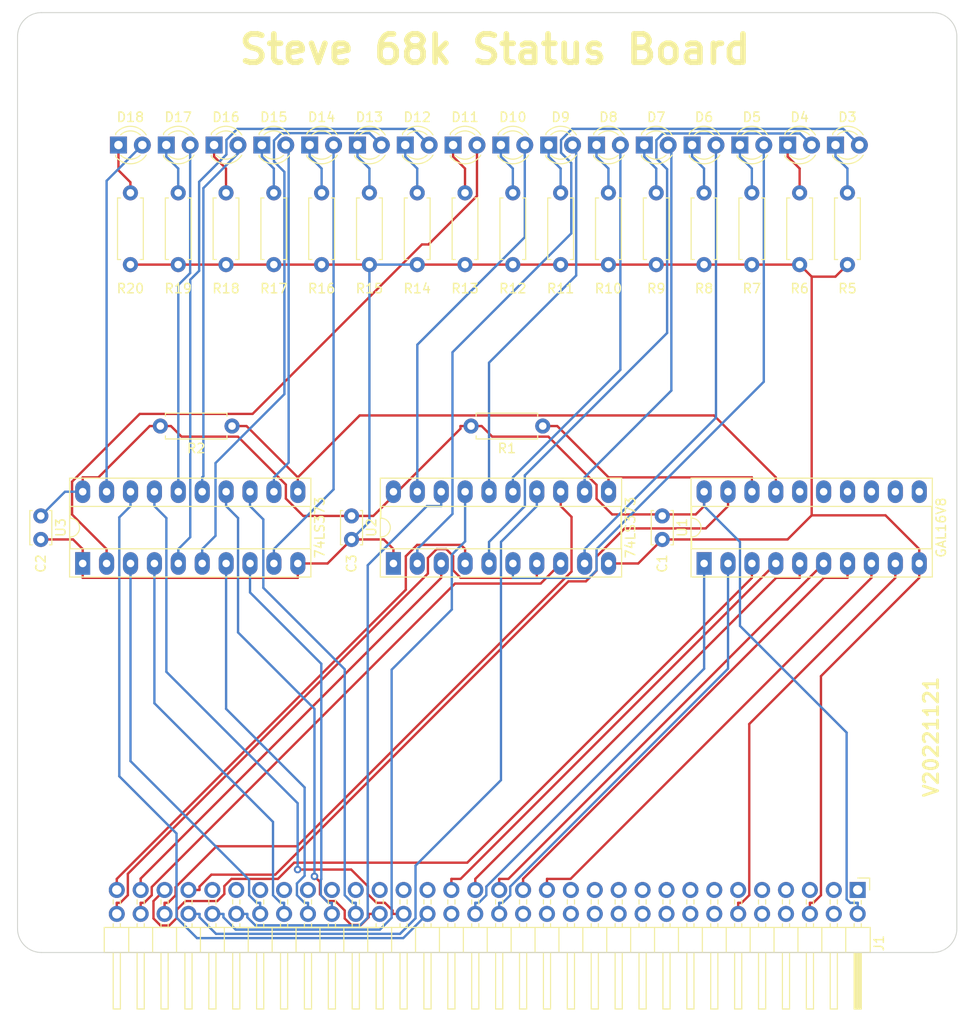
<source format=kicad_pcb>
(kicad_pcb (version 20211014) (generator pcbnew)
  (layers (0 "F.Cu" signal) (31 "B.Cu" signal) (34 "B.Paste" user) (35 "F.Paste" user) (36 "B.SilkS" user "B.Silkscreen") (37 "F.SilkS" user "F.Silkscreen") (38 "B.Mask" user) (39 "F.Mask" user) (44 "Edge.Cuts" user))
  (net 0 "")
  (net 1 "VCC")
  (net 2 "GND")
  (net 3 "Net-(D3-Pad1)")
  (net 4 "Net-(D3-Pad2)")
  (net 5 "Net-(D4-Pad1)")
  (net 6 "Net-(D4-Pad2)")
  (net 7 "Net-(D5-Pad1)")
  (net 8 "Net-(D5-Pad2)")
  (net 9 "Net-(D6-Pad1)")
  (net 10 "Net-(D6-Pad2)")
  (net 11 "Net-(D7-Pad1)")
  (net 12 "Net-(D7-Pad2)")
  (net 13 "Net-(D8-Pad1)")
  (net 14 "Net-(D8-Pad2)")
  (net 15 "Net-(D9-Pad1)")
  (net 16 "Net-(D9-Pad2)")
  (net 17 "Net-(D10-Pad1)")
  (net 18 "Net-(D10-Pad2)")
  (net 19 "Net-(D11-Pad1)")
  (net 20 "Net-(D11-Pad2)")
  (net 21 "Net-(D12-Pad1)")
  (net 22 "Net-(D12-Pad2)")
  (net 23 "Net-(D13-Pad1)")
  (net 24 "Net-(D13-Pad2)")
  (net 25 "Net-(D14-Pad1)")
  (net 26 "Net-(D14-Pad2)")
  (net 27 "Net-(D15-Pad1)")
  (net 28 "Net-(D15-Pad2)")
  (net 29 "Net-(D16-Pad1)")
  (net 30 "Net-(D16-Pad2)")
  (net 31 "Net-(D17-Pad1)")
  (net 32 "Net-(D17-Pad2)")
  (net 33 "Net-(D18-Pad1)")
  (net 34 "Net-(D18-Pad2)")
  (net 35 "/A1")
  (net 36 "/A2")
  (net 37 "/CLK")
  (net 38 "/A3")
  (net 39 "/A4")
  (net 40 "/~{VMA}")
  (net 41 "/A5")
  (net 42 "/~{IACK}")
  (net 43 "/A6")
  (net 44 "/~{IOSEL}")
  (net 45 "/A7")
  (net 46 "/~{IRQ3}")
  (net 47 "/A8")
  (net 48 "/~{HALT}")
  (net 49 "/A9")
  (net 50 "/~{IRQ4}")
  (net 51 "/A10")
  (net 52 "/FC0")
  (net 53 "/A11")
  (net 54 "/FC1")
  (net 55 "/A12")
  (net 56 "/FC2")
  (net 57 "/A13")
  (net 58 "/~{IRQ5}")
  (net 59 "/A14")
  (net 60 "/~{IRQ2}")
  (net 61 "/A15")
  (net 62 "/~{IRQ6}")
  (net 63 "/A16")
  (net 64 "/~{LDS}")
  (net 65 "/A17")
  (net 66 "/~{UDS}")
  (net 67 "/A18")
  (net 68 "/~{RESET}")
  (net 69 "/A19")
  (net 70 "/D15")
  (net 71 "/A20")
  (net 72 "/D14")
  (net 73 "/A21")
  (net 74 "/D13")
  (net 75 "/A22")
  (net 76 "/D12")
  (net 77 "/A23")
  (net 78 "/D11")
  (net 79 "/~{AS}")
  (net 80 "/D10")
  (net 81 "/~{BERR}")
  (net 82 "/D9")
  (net 83 "/~{BG}")
  (net 84 "/D8")
  (net 85 "/~{BGACK}")
  (net 86 "/D7")
  (net 87 "/~{BR}")
  (net 88 "/D6")
  (net 89 "/~{DTACK}")
  (net 90 "/D5")
  (net 91 "/R~{W}")
  (net 92 "/D4")
  (net 93 "/D0")
  (net 94 "/D3")
  (net 95 "/D1")
  (net 96 "/D2")
  (net 97 "/STATUSLO")
  (net 98 "/STATUSHI")
  (footprint "Resistor_THT:R_Axial_DIN0207_L6.3mm_D2.5mm_P7.62mm_Horizontal" (layer "F.Cu") (at 124.455 73.025 90)
    (fp_text reference "R17")
    (fp_text value "470")
  )
  (footprint "Resistor_THT:R_Axial_DIN0207_L6.3mm_D2.5mm_P7.62mm_Horizontal" (layer "F.Cu") (at 185.415 73.025 90)
    (fp_text reference "R5")
    (fp_text value "470")
  )
  (footprint "Package_DIP:DIP-20_W7.62mm_Socket_LongPads" (layer "F.Cu") (at 170.185 104.765 90)
    (fp_text reference "U1")
    (fp_text value "GAL16V8")
  )
  (footprint "Resistor_THT:R_Axial_DIN0207_L6.3mm_D2.5mm_P7.62mm_Horizontal" (layer "F.Cu") (at 119.375 73.025 90)
    (fp_text reference "R18")
    (fp_text value "470")
  )
  (footprint "LED_THT:LED_D3.0mm_Clear" (layer "F.Cu") (at 153.665 60.325)
    (fp_text reference "D9")
    (fp_text value "Data6")
  )
  (footprint "Package_DIP:DIP-20_W7.62mm_Socket_LongPads" (layer "F.Cu") (at 104.145 104.765 90)
    (fp_text reference "U3")
    (fp_text value "74LS373")
  )
  (footprint "Capacitor_THT:C_Disc_D3.4mm_W2.1mm_P2.50mm" (layer "F.Cu") (at 165.735 99.715 -90)
    (fp_text reference "C1")
    (fp_text value ".1uF")
  )
  (footprint "Resistor_THT:R_Axial_DIN0207_L6.3mm_D2.5mm_P7.62mm_Horizontal" (layer "F.Cu") (at 165.095 73.025 90)
    (fp_text reference "R9")
    (fp_text value "470")
  )
  (footprint "MountingHole:MountingHole_3.2mm_M3" (layer "F.Cu") (at 101.03 50.07 90)
    (fp_text reference "H1" hide)
    (fp_text value "MountingHole")
  )
  (footprint "Capacitor_THT:C_Disc_D3.4mm_W2.1mm_P2.50mm" (layer "F.Cu") (at 99.695 99.715 -90)
    (fp_text reference "C2")
    (fp_text value ".1uF" hide)
  )
  (footprint "LED_THT:LED_D3.0mm_Clear" (layer "F.Cu") (at 158.745 60.325)
    (fp_text reference "D8")
    (fp_text value "Data5")
  )
  (footprint "LED_THT:LED_D3.0mm_Clear" (layer "F.Cu") (at 173.985 60.325)
    (fp_text reference "D5")
    (fp_text value "Data2")
  )
  (footprint "Resistor_THT:R_Axial_DIN0207_L6.3mm_D2.5mm_P7.62mm_Horizontal" (layer "F.Cu") (at 109.215 73.025 90)
    (fp_text reference "R20")
    (fp_text value "470")
  )
  (footprint "LED_THT:LED_D3.0mm_Clear" (layer "F.Cu") (at 168.905 60.325)
    (fp_text reference "D6")
    (fp_text value "Data3")
  )
  (footprint "Resistor_THT:R_Axial_DIN0207_L6.3mm_D2.5mm_P7.62mm_Horizontal" (layer "F.Cu") (at 160.015 73.025 90)
    (fp_text reference "R10")
    (fp_text value "470")
  )
  (footprint "LED_THT:LED_D3.0mm_Clear" (layer "F.Cu") (at 113.025 60.325)
    (fp_text reference "D17")
    (fp_text value "Data14")
  )
  (footprint "Capacitor_THT:C_Disc_D3.4mm_W2.1mm_P2.50mm" (layer "F.Cu") (at 132.715 99.715 -90)
    (fp_text reference "C3")
    (fp_text value ".1uF" hide)
  )
  (footprint "MountingHole:MountingHole_3.2mm_M3" (layer "F.Cu") (at 193.232 136.43 90)
    (fp_text reference "H4" hide)
    (fp_text value "MountingHole")
  )
  (footprint "LED_THT:LED_D3.0mm_Clear" (layer "F.Cu") (at 179.065 60.325)
    (fp_text reference "D4")
    (fp_text value "Data1")
  )
  (footprint "Resistor_THT:R_Axial_DIN0207_L6.3mm_D2.5mm_P7.62mm_Horizontal" (layer "F.Cu") (at 153.035 90.17 180)
    (fp_text reference "R1")
    (fp_text value "4k7")
  )
  (footprint "Resistor_THT:R_Axial_DIN0207_L6.3mm_D2.5mm_P7.62mm_Horizontal" (layer "F.Cu") (at 180.335 73.025 90)
    (fp_text reference "R6")
    (fp_text value "470")
  )
  (footprint "LED_THT:LED_D3.0mm_Clear" (layer "F.Cu") (at 184.145 60.325)
    (fp_text reference "D3")
    (fp_text value "Data0")
  )
  (footprint "Package_DIP:DIP-20_W7.62mm_Socket_LongPads" (layer "F.Cu") (at 137.165 104.765 90)
    (fp_text reference "U2")
    (fp_text value "74LS373")
  )
  (footprint "LED_THT:LED_D3.0mm_Clear" (layer "F.Cu") (at 138.425 60.325)
    (fp_text reference "D12")
    (fp_text value "Data9")
  )
  (footprint "Resistor_THT:R_Axial_DIN0207_L6.3mm_D2.5mm_P7.62mm_Horizontal" (layer "F.Cu") (at 149.855 73.025 90)
    (fp_text reference "R12")
    (fp_text value "470")
  )
  (footprint "Resistor_THT:R_Axial_DIN0207_L6.3mm_D2.5mm_P7.62mm_Horizontal" (layer "F.Cu") (at 139.695 73.025 90)
    (fp_text reference "R14")
    (fp_text value "470")
  )
  (footprint "Resistor_THT:R_Axial_DIN0207_L6.3mm_D2.5mm_P7.62mm_Horizontal" (layer "F.Cu") (at 134.615 73.025 90)
    (fp_text reference "R15")
    (fp_text value "470")
  )
  (footprint "LED_THT:LED_D3.0mm_Clear" (layer "F.Cu") (at 133.345 60.325)
    (fp_text reference "D13")
    (fp_text value "Data10")
  )
  (footprint "LED_THT:LED_D3.0mm_Clear" (layer "F.Cu") (at 148.585 60.325)
    (fp_text reference "D10")
    (fp_text value "Data7")
  )
  (footprint "Resistor_THT:R_Axial_DIN0207_L6.3mm_D2.5mm_P7.62mm_Horizontal" (layer "F.Cu") (at 114.295 73.025 90)
    (fp_text reference "R19")
    (fp_text value "470")
  )
  (footprint "Resistor_THT:R_Axial_DIN0207_L6.3mm_D2.5mm_P7.62mm_Horizontal" (layer "F.Cu") (at 170.175 73.025 90)
    (fp_text reference "R8")
    (fp_text value "470")
  )
  (footprint "LED_THT:LED_D3.0mm_Clear" (layer "F.Cu") (at 123.185 60.325)
    (fp_text reference "D15")
    (fp_text value "Data12")
  )
  (footprint "Connector_PinHeader_2.54mm:PinHeader_2x32_P2.54mm_Horizontal" (layer "F.Cu") (at 186.506 139.442 -90)
    (fp_text reference "J1")
    (fp_text value "Conn_02x32_Odd_Even")
  )
  (footprint "Resistor_THT:R_Axial_DIN0207_L6.3mm_D2.5mm_P7.62mm_Horizontal" (layer "F.Cu") (at 144.775 73.025 90)
    (fp_text reference "R13")
    (fp_text value "470")
  )
  (footprint "LED_THT:LED_D3.0mm_Clear" (layer "F.Cu") (at 107.945 60.325)
    (fp_text reference "D18")
    (fp_text value "Data15")
  )
  (footprint "Resistor_THT:R_Axial_DIN0207_L6.3mm_D2.5mm_P7.62mm_Horizontal" (layer "F.Cu") (at 175.255 73.025 90)
    (fp_text reference "R7")
    (fp_text value "470")
  )
  (footprint "LED_THT:LED_D3.0mm_Clear" (layer "F.Cu") (at 143.505 60.325)
    (fp_text reference "D11")
    (fp_text value "Data8")
  )
  (footprint "MountingHole:MountingHole_3.2mm_M3" (layer "F.Cu") (at 193.232 50.07 90)
    (fp_text reference "H2" hide)
    (fp_text value "MountingHole")
  )
  (footprint "Resistor_THT:R_Axial_DIN0207_L6.3mm_D2.5mm_P7.62mm_Horizontal" (layer "F.Cu") (at 154.935 73.025 90)
    (fp_text reference "R11")
    (fp_text value "470")
  )
  (footprint "LED_THT:LED_D3.0mm_Clear" (layer "F.Cu") (at 163.825 60.325)
    (fp_text reference "D7")
    (fp_text value "Data4")
  )
  (footprint "LED_THT:LED_D3.0mm_Clear" (layer "F.Cu") (at 118.105 60.325)
    (fp_text reference "D16")
    (fp_text value "Data13")
  )
  (footprint "MountingHole:MountingHole_3.2mm_M3" (layer "F.Cu") (at 101.03 136.43 90)
    (fp_text reference "H3" hide)
    (fp_text value "MountingHole")
  )
  (footprint "Resistor_THT:R_Axial_DIN0207_L6.3mm_D2.5mm_P7.62mm_Horizontal" (layer "F.Cu") (at 120.015 90.17 180)
    (fp_text reference "R2")
    (fp_text value "4k7")
  )
  (footprint "LED_THT:LED_D3.0mm_Clear" (layer "F.Cu") (at 128.265 60.325)
    (fp_text reference "D14")
    (fp_text value "Data11")
  )
  (footprint "Resistor_THT:R_Axial_DIN0207_L6.3mm_D2.5mm_P7.62mm_Horizontal" (layer "F.Cu") (at 129.535 73.025 90)
    (fp_text reference "R16")
    (fp_text value "470")
  )
  (gr_line (start 194.502 46.26) (end 99.76 46.26) (layer "Edge.Cuts") (width 0.1))
  (gr_line (start 99.76 146.082) (end 194.502 146.082) (layer "Edge.Cuts") (width 0.1))
  (gr_line (start 97.22 48.8) (end 97.22 143.542) (layer "Edge.Cuts") (width 0.1))
  (gr_arc (start 97.22 48.8) (mid 97.963949 47.003949) (end 99.76 46.26) (layer "Edge.Cuts") (width 0.1))
  (gr_line (start 197.042 143.542) (end 197.042 48.8) (layer "Edge.Cuts") (width 0.1))
  (gr_arc (start 99.76 146.082) (mid 97.963949 145.338051) (end 97.22 143.542) (layer "Edge.Cuts") (width 0.1))
  (gr_arc (start 194.502 46.26) (mid 196.298051 47.003949) (end 197.042 48.8) (layer "Edge.Cuts") (width 0.1))
  (gr_arc (start 197.042 143.542) (mid 196.298051 145.338051) (end 194.502 146.082) (layer "Edge.Cuts") (width 0.1))
  (gr_text "V20221121" (at 194.31 123.19 90) (layer "F.SilkS") (effects (font (size 1.5 1.5) (thickness 0.3))))
  (gr_text "Steve 68k Status Board" (at 147.955 50.165) (layer "F.SilkS") (effects (font (size 3 3) (thickness 0.6))))
  (segment (start 125.735 97.8739) (end 125.735 96.3913) (width 0.25) (layer "F.Cu") (net 1))
  (segment (start 153.6314 91.2953) (end 147.6656 91.2953) (width 0.25) (layer "F.Cu") (net 1))
  (segment (start 132.715 99.715) (end 127.5761 99.715) (width 0.25) (layer "F.Cu") (net 1))
  (segment (start 105.82 95.6197) (end 111.2697 90.17) (width 0.25) (layer "F.Cu") (net 1))
  (segment (start 160.4103 99.5545) (end 158.755 97.8992) (width 0.25) (layer "F.Cu") (net 1))
  (segment (start 120.639 91.2953) (end 114.6456 91.2953) (width 0.25) (layer "F.Cu") (net 1))
  (segment (start 137.165 97.145) (end 137.165 97.5785) (width 0.25) (layer "F.Cu") (net 1))
  (segment (start 127.5761 99.715) (end 125.735 97.8739) (width 0.25) (layer "F.Cu") (net 1))
  (segment (start 169.3008 99.5545) (end 165.735 99.5545) (width 0.25) (layer "F.Cu") (net 1))
  (segment (start 144.2897 90.17) (end 144.2897 90.4538) (width 0.25) (layer "F.Cu") (net 1))
  (segment (start 170.185 98.6703) (end 169.3008 99.5545) (width 0.25) (layer "F.Cu") (net 1))
  (segment (start 112.395 90.17) (end 111.2697 90.17) (width 0.25) (layer "F.Cu") (net 1))
  (segment (start 147.6656 91.2953) (end 146.5403 90.17) (width 0.25) (layer "F.Cu") (net 1))
  (segment (start 145.415 90.17) (end 144.2897 90.17) (width 0.25) (layer "F.Cu") (net 1))
  (segment (start 158.755 97.8992) (end 158.755 96.4189) (width 0.25) (layer "F.Cu") (net 1))
  (segment (start 137.165 97.5785) (end 135.0285 99.715) (width 0.25) (layer "F.Cu") (net 1))
  (segment (start 125.735 96.3913) (end 120.639 91.2953) (width 0.25) (layer "F.Cu") (net 1))
  (segment (start 144.2897 90.4538) (end 137.165 97.5785) (width 0.25) (layer "F.Cu") (net 1))
  (segment (start 158.755 96.4189) (end 153.6314 91.2953) (width 0.25) (layer "F.Cu") (net 1))
  (segment (start 145.415 90.17) (end 146.5403 90.17) (width 0.25) (layer "F.Cu") (net 1))
  (segment (start 165.735 99.715) (end 165.735 99.5545) (width 0.25) (layer "F.Cu") (net 1))
  (segment (start 170.185 97.145) (end 170.185 98.6703) (width 0.25) (layer "F.Cu") (net 1))
  (segment (start 104.145 95.6197) (end 105.82 95.6197) (width 0.25) (layer "F.Cu") (net 1))
  (segment (start 165.735 99.5545) (end 160.4103 99.5545) (width 0.25) (layer "F.Cu") (net 1))
  (segment (start 114.6456 91.2953) (end 113.5203 90.17) (width 0.25) (layer "F.Cu") (net 1))
  (segment (start 112.395 90.17) (end 113.5203 90.17) (width 0.25) (layer "F.Cu") (net 1))
  (segment (start 135.0285 99.715) (end 132.715 99.715) (width 0.25) (layer "F.Cu") (net 1))
  (segment (start 104.145 97.145) (end 104.145 95.6197) (width 0.25) (layer "F.Cu") (net 1))
  (segment (start 185.3307 140.4395) (end 185.6979 140.8067) (width 0.25) (layer "B.Cu") (net 1))
  (segment (start 173.995 102.4803) (end 173.995 111.3933) (width 0.25) (layer "B.Cu") (net 1))
  (segment (start 170.185 98.6703) (end 173.995 102.4803) (width 0.25) (layer "B.Cu") (net 1))
  (segment (start 102.265 97.145) (end 99.695 99.715) (width 0.25) (layer "B.Cu") (net 1))
  (segment (start 186.506 141.982) (end 186.506 140.8067) (width 0.25) (layer "B.Cu") (net 1))
  (segment (start 185.3307 122.729) (end 185.3307 140.4395) (width 0.25) (layer "B.Cu") (net 1))
  (segment (start 170.185 97.145) (end 170.185 98.6703) (width 0.25) (layer "B.Cu") (net 1))
  (segment (start 173.995 111.3933) (end 185.3307 122.729) (width 0.25) (layer "B.Cu") (net 1))
  (segment (start 185.6979 140.8067) (end 186.506 140.8067) (width 0.25) (layer "B.Cu") (net 1))
  (segment (start 104.145 97.145) (end 102.265 97.145) (width 0.25) (layer "B.Cu") (net 1))
  (segment (start 182.6013 116.734) (end 193.045 106.2903) (width 0.25) (layer "F.Cu") (net 2))
  (segment (start 175.255 73.025) (end 170.175 73.025) (width 0.25) (layer "F.Cu") (net 2))
  (segment (start 181.615 74.305) (end 180.335 73.025) (width 0.25) (layer "F.Cu") (net 2))
  (segment (start 99.695 102.215) (end 103.1203 102.215) (width 0.25) (layer "F.Cu") (net 2))
  (segment (start 179.0518 102.215) (end 165.735 102.215) (width 0.25) (layer "F.Cu") (net 2))
  (segment (start 124.455 73.025) (end 119.375 73.025) (width 0.25) (layer "F.Cu") (net 2))
  (segment (start 149.855 73.025) (end 144.775 73.025) (width 0.25) (layer "F.Cu") (net 2))
  (segment (start 193.045 104.765) (end 193.045 106.2903) (width 0.25) (layer "F.Cu") (net 2))
  (segment (start 181.615 74.305) (end 184.135 74.305) (width 0.25) (layer "F.Cu") (net 2))
  (segment (start 193.045 104.765) (end 193.045 103.2397) (width 0.25) (layer "F.Cu") (net 2))
  (segment (start 132.715 102.215) (end 130.165 104.765) (width 0.25) (layer "F.Cu") (net 2))
  (segment (start 160.015 73.025) (end 154.935 73.025) (width 0.25) (layer "F.Cu") (net 2))
  (segment (start 180.335 73.025) (end 175.255 73.025) (width 0.25) (layer "F.Cu") (net 2))
  (segment (start 134.615 73.025) (end 129.535 73.025) (width 0.25) (layer "F.Cu") (net 2))
  (segment (start 104.145 104.765) (end 104.145 103.2397) (width 0.25) (layer "F.Cu") (net 2))
  (segment (start 104.145 104.765) (end 104.145 106.2903) (width 0.25) (layer "F.Cu") (net 2))
  (segment (start 119.375 73.025) (end 114.295 73.025) (width 0.25) (layer "F.Cu") (net 2))
  (segment (start 170.175 73.025) (end 165.095 73.025) (width 0.25) (layer "F.Cu") (net 2))
  (segment (start 127.005 104.765) (end 127.005 106.2903) (width 0.25) (layer "F.Cu") (net 2))
  (segment (start 160.025 104.765) (end 163.185 104.765) (width 0.25) (layer "F.Cu") (net 2))
  (segment (start 181.615 99.6518) (end 181.615 74.305) (width 0.25) (layer "F.Cu") (net 2))
  (segment (start 127.005 106.2903) (end 104.145 106.2903) (width 0.25) (layer "F.Cu") (net 2))
  (segment (start 184.135 74.305) (end 185.415 73.025) (width 0.25) (layer "F.Cu") (net 2))
  (segment (start 163.185 104.765) (end 165.735 102.215) (width 0.25) (layer "F.Cu") (net 2))
  (segment (start 181.615 99.6518) (end 179.0518 102.215) (width 0.25) (layer "F.Cu") (net 2))
  (segment (start 189.4571 99.6518) (end 181.615 99.6518) (width 0.25) (layer "F.Cu") (net 2))
  (segment (start 144.775 73.025) (end 139.695 73.025) (width 0.25) (layer "F.Cu") (net 2))
  (segment (start 132.715 102.215) (end 136.1403 102.215) (width 0.25) (layer "F.Cu") (net 2))
  (segment (start 129.535 73.025) (end 124.455 73.025) (width 0.25) (layer "F.Cu") (net 2))
  (segment (start 136.1403 102.215) (end 137.165 103.2397) (width 0.25) (layer "F.Cu") (net 2))
  (segment (start 137.165 104.765) (end 137.165 103.2397) (width 0.25) (layer "F.Cu") (net 2))
  (segment (start 165.095 73.025) (end 160.015 73.025) (width 0.25) (layer "F.Cu") (net 2))
  (segment (start 181.426 141.982) (end 181.426 140.8067) (width 0.25) (layer "F.Cu") (net 2))
  (segment (start 130.165 104.765) (end 127.005 104.765) (width 0.25) (layer "F.Cu") (net 2))
  (segment (start 154.935 73.025) (end 149.855 73.025) (width 0.25) (layer "F.Cu") (net 2))
  (segment (start 114.295 73.025) (end 109.215 73.025) (width 0.25) (layer "F.Cu") (net 2))
  (segment (start 182.6013 139.9988) (end 182.6013 116.734) (width 0.25) (layer "F.Cu") (net 2))
  (segment (start 181.7934 140.8067) (end 182.6013 139.9988) (width 0.25) (layer "F.Cu") (net 2))
  (segment (start 181.426 140.8067) (end 181.7934 140.8067) (width 0.25) (layer "F.Cu") (net 2))
  (segment (start 103.1203 102.215) (end 104.145 103.2397) (width 0.25) (layer "F.Cu") (net 2))
  (segment (start 193.045 103.2397) (end 189.4571 99.6518) (width 0.25) (layer "F.Cu") (net 2))
  (segment (start 134.615 100.315) (end 132.715 102.215) (width 0.25) (layer "B.Cu") (net 2))
  (segment (start 134.615 73.025) (end 134.615 100.315) (width 0.25) (layer "B.Cu") (net 2))
  (segment (start 139.695 73.025) (end 134.615 73.025) (width 0.25) (layer "B.Cu") (net 2))
  (segment (start 185.415 62.8203) (end 185.415 65.405) (width 0.25) (layer "B.Cu") (net 3))
  (segment (start 184.145 60.325) (end 184.145 61.5503) (width 0.25) (layer "B.Cu") (net 3))
  (segment (start 184.145 61.5503) (end 185.415 62.8203) (width 0.25) (layer "B.Cu") (net 3))
  (segment (start 143.4411 99.5036) (end 139.705 103.2397) (width 0.25) (layer "B.Cu") (net 4))
  (segment (start 154.9796 59.7879) (end 154.9796 61.1446) (width 0.25) (layer "B.Cu") (net 4))
  (segment (start 184.9686 58.6086) (end 156.1589 58.6086) (width 0.25) (layer "B.Cu") (net 4))
  (segment (start 156.0665 69.7119) (end 143.4411 82.3373) (width 0.25) (layer "B.Cu") (net 4))
  (segment (start 186.685 60.325) (end 184.9686 58.6086) (width 0.25) (layer "B.Cu") (net 4))
  (segment (start 139.705 104.765) (end 139.705 103.2397) (width 0.25) (layer "B.Cu") (net 4))
  (segment (start 154.9796 61.1446) (end 156.0665 62.2315) (width 0.25) (layer "B.Cu") (net 4))
  (segment (start 143.4411 82.3373) (end 143.4411 99.5036) (width 0.25) (layer "B.Cu") (net 4))
  (segment (start 156.0665 62.2315) (end 156.0665 69.7119) (width 0.25) (layer "B.Cu") (net 4))
  (segment (start 156.1589 58.6086) (end 154.9796 59.7879) (width 0.25) (layer "B.Cu") (net 4))
  (segment (start 179.065 60.325) (end 179.065 61.5503) (width 0.25) (layer "F.Cu") (net 5))
  (segment (start 179.065 61.5503) (end 180.335 62.8203) (width 0.25) (layer "F.Cu") (net 5))
  (segment (start 180.335 62.8203) (end 180.335 65.405) (width 0.25) (layer "F.Cu") (net 5))
  (segment (start 165.1123 61.7541) (end 166.2524 62.8942) (width 0.25) (layer "B.Cu") (net 6))
  (segment (start 151.135 95.4029) (end 151.135 98.6704) (width 0.25) (layer "B.Cu") (net 6))
  (segment (start 165.1123 59.7996) (end 165.1123 61.7541) (width 0.25) (layer "B.Cu") (net 6))
  (segment (start 165.8123 59.0996) (end 165.1123 59.7996) (width 0.25) (layer "B.Cu") (net 6))
  (segment (start 166.2524 80.2855) (end 151.135 95.4029) (width 0.25) (layer "B.Cu") (net 6))
  (segment (start 151.135 98.6704) (end 147.325 102.4804) (width 0.25) (layer "B.Cu") (net 6))
  (segment (start 180.3796 59.0996) (end 165.8123 59.0996) (width 0.25) (layer "B.Cu") (net 6))
  (segment (start 166.2524 62.8942) (end 166.2524 80.2855) (width 0.25) (layer "B.Cu") (net 6))
  (segment (start 147.325 102.4804) (end 147.325 104.765) (width 0.25) (layer "B.Cu") (net 6))
  (segment (start 181.605 60.325) (end 180.3796 59.0996) (width 0.25) (layer "B.Cu") (net 6))
  (segment (start 173.985 61.5503) (end 175.255 62.8203) (width 0.25) (layer "B.Cu") (net 7))
  (segment (start 175.255 62.8203) (end 175.255 65.405) (width 0.25) (layer "B.Cu") (net 7))
  (segment (start 173.985 60.325) (end 173.985 61.5503) (width 0.25) (layer "B.Cu") (net 7))
  (segment (start 158.755 105.4895) (end 158.755 103.2396) (width 0.25) (layer "B.Cu") (net 8))
  (segment (start 158.755 103.2396) (end 176.525 85.4696) (width 0.25) (layer "B.Cu") (net 8))
  (segment (start 149.865 104.765) (end 149.865 106.2903) (width 0.25) (layer "B.Cu") (net 8))
  (segment (start 176.525 85.4696) (end 176.525 60.325) (width 0.25) (layer "B.Cu") (net 8))
  (segment (start 157.9542 106.2903) (end 158.755 105.4895) (width 0.25) (layer "B.Cu") (net 8))
  (segment (start 149.865 106.2903) (end 157.9542 106.2903) (width 0.25) (layer "B.Cu") (net 8))
  (segment (start 168.905 60.325) (end 168.905 61.5503) (width 0.25) (layer "B.Cu") (net 9))
  (segment (start 170.175 62.8203) (end 170.175 65.405) (width 0.25) (layer "B.Cu") (net 9))
  (segment (start 168.905 61.5503) (end 170.175 62.8203) (width 0.25) (layer "B.Cu") (net 9))
  (segment (start 157.485 104.765) (end 157.485 103.2397) (width 0.25) (layer "B.Cu") (net 10))
  (segment (start 171.445 60.325) (end 171.445 89.2797) (width 0.25) (layer "B.Cu") (net 10))
  (segment (start 171.445 89.2797) (end 157.485 103.2397) (width 0.25) (layer "B.Cu") (net 10))
  (segment (start 163.825 60.325) (end 163.825 61.5503) (width 0.25) (layer "B.Cu") (net 11))
  (segment (start 165.095 62.8203) (end 165.095 65.405) (width 0.25) (layer "B.Cu") (net 11))
  (segment (start 163.825 61.5503) (end 165.095 62.8203) (width 0.25) (layer "B.Cu") (net 11))
  (segment (start 166.7028 86.4019) (end 157.485 95.6197) (width 0.25) (layer "B.Cu") (net 12))
  (segment (start 166.7028 60.6628) (end 166.7028 86.4019) (width 0.25) (layer "B.Cu") (net 12))
  (segment (start 166.365 60.325) (end 166.7028 60.6628) (width 0.25) (layer "B.Cu") (net 12))
  (segment (start 157.485 97.145) (end 157.485 95.6197) (width 0.25) (layer "B.Cu") (net 12))
  (segment (start 160.015 62.8203) (end 160.015 65.405) (width 0.25) (layer "B.Cu") (net 13))
  (segment (start 158.745 60.325) (end 158.745 61.5503) (width 0.25) (layer "B.Cu") (net 13))
  (segment (start 158.745 61.5503) (end 160.015 62.8203) (width 0.25) (layer "B.Cu") (net 13))
  (segment (start 149.865 97.145) (end 149.865 95.6197) (width 0.25) (layer "B.Cu") (net 14))
  (segment (start 161.285 84.1997) (end 149.865 95.6197) (width 0.25) (layer "B.Cu") (net 14))
  (segment (start 161.285 60.325) (end 161.285 84.1997) (width 0.25) (layer "B.Cu") (net 14))
  (segment (start 153.665 61.5503) (end 154.935 62.8203) (width 0.25) (layer "B.Cu") (net 15))
  (segment (start 154.935 62.8203) (end 154.935 65.405) (width 0.25) (layer "B.Cu") (net 15))
  (segment (start 153.665 60.325) (end 153.665 61.5503) (width 0.25) (layer "B.Cu") (net 15))
  (segment (start 147.325 97.145) (end 147.325 95.6197) (width 0.25) (layer "B.Cu") (net 16))
  (segment (start 147.325 83.4422) (end 156.5894 74.1778) (width 0.25) (layer "B.Cu") (net 16))
  (segment (start 156.5894 60.7094) (end 156.205 60.325) (width 0.25) (layer "B.Cu") (net 16))
  (segment (start 147.325 95.6197) (end 147.325 83.4422) (width 0.25) (layer "B.Cu") (net 16))
  (segment (start 156.5894 74.1778) (end 156.5894 60.7094) (width 0.25) (layer "B.Cu") (net 16))
  (segment (start 149.855 62.8203) (end 149.855 65.405) (width 0.25) (layer "B.Cu") (net 17))
  (segment (start 148.585 61.5503) (end 149.855 62.8203) (width 0.25) (layer "B.Cu") (net 17))
  (segment (start 148.585 60.325) (end 148.585 61.5503) (width 0.25) (layer "B.Cu") (net 17))
  (segment (start 139.705 81.5352) (end 139.705 97.145) (width 0.25) (layer "B.Cu") (net 18))
  (segment (start 151.125 70.1152) (end 139.705 81.5352) (width 0.25) (layer "B.Cu") (net 18))
  (segment (start 151.125 60.325) (end 151.125 70.1152) (width 0.25) (layer "B.Cu") (net 18))
  (segment (start 144.775 62.8203) (end 144.775 65.405) (width 0.25) (layer "F.Cu") (net 19))
  (segment (start 143.505 60.325) (end 143.505 61.5503) (width 0.25) (layer "F.Cu") (net 19))
  (segment (start 143.505 61.5503) (end 144.775 62.8203) (width 0.25) (layer "F.Cu") (net 19))
  (segment (start 146.045 60.325) (end 146.045 65.7337) (width 0.25) (layer "F.Cu") (net 20))
  (segment (start 140.8949 70.8838) (end 140.1965 70.8838) (width 0.25) (layer "F.Cu") (net 20))
  (segment (start 103.0162 99.5709) (end 106.685 103.2397) (width 0.25) (layer "F.Cu") (net 20))
  (segment (start 122.1988 88.8815) (end 110.2049 88.8815) (width 0.25) (layer "F.Cu") (net 20))
  (segment (start 106.685 104.765) (end 106.685 103.2397) (width 0.25) (layer "F.Cu") (net 20))
  (segment (start 110.2049 88.8815) (end 103.0162 96.0702) (width 0.25) (layer "F.Cu") (net 20))
  (segment (start 140.1965 70.8838) (end 122.1988 88.8815) (width 0.25) (layer "F.Cu") (net 20))
  (segment (start 103.0162 96.0702) (end 103.0162 99.5709) (width 0.25) (layer "F.Cu") (net 20))
  (segment (start 146.045 65.7337) (end 140.8949 70.8838) (width 0.25) (layer "F.Cu") (net 20))
  (segment (start 139.695 62.8203) (end 139.695 65.405) (width 0.25) (layer "B.Cu") (net 21))
  (segment (start 138.425 61.5503) (end 139.695 62.8203) (width 0.25) (layer "B.Cu") (net 21))
  (segment (start 138.425 60.325) (end 138.425 61.5503) (width 0.25) (layer "B.Cu") (net 21))
  (segment (start 139.2504 58.6104) (end 120.5815 58.6104) (width 0.25) (layer "B.Cu") (net 22))
  (segment (start 120.5815 58.6104) (end 119.4196 59.7723) (width 0.25) (layer "B.Cu") (net 22))
  (segment (start 115.575 74.6278) (end 115.575 101.9697) (width 0.25) (layer "B.Cu") (net 22))
  (segment (start 116.5199 64.2288) (end 116.5199 73.6829) (width 0.25) (layer "B.Cu") (net 22))
  (segment (start 115.575 101.9697) (end 114.305 103.2397) (width 0.25) (layer "B.Cu") (net 22))
  (segment (start 119.4196 61.3291) (end 116.5199 64.2288) (width 0.25) (layer "B.Cu") (net 22))
  (segment (start 114.305 104.765) (end 114.305 103.2397) (width 0.25) (layer "B.Cu") (net 22))
  (segment (start 116.5199 73.6829) (end 115.575 74.6278) (width 0.25) (layer "B.Cu") (net 22))
  (segment (start 140.965 60.325) (end 139.2504 58.6104) (width 0.25) (layer "B.Cu") (net 22))
  (segment (start 119.4196 59.7723) (end 119.4196 61.3291) (width 0.25) (layer "B.Cu") (net 22))
  (segment (start 134.615 62.8203) (end 134.615 65.405) (width 0.25) (layer "B.Cu") (net 23))
  (segment (start 133.345 61.5503) (end 134.615 62.8203) (width 0.25) (layer "B.Cu") (net 23))
  (segment (start 133.345 60.325) (end 133.345 61.5503) (width 0.25) (layer "B.Cu") (net 23))
  (segment (start 134.6208 59.0608) (end 125.2534 59.0608) (width 0.25) (layer "B.Cu") (net 24))
  (segment (start 135.885 60.325) (end 134.6208 59.0608) (width 0.25) (layer "B.Cu") (net 24))
  (segment (start 124.4723 62.0705) (end 125.5804 63.1786) (width 0.25) (layer "B.Cu") (net 24))
  (segment (start 125.5804 63.1786) (end 125.5804 86.7793) (width 0.25) (layer "B.Cu") (net 24))
  (segment (start 118.2596 101.8251) (end 116.845 103.2397) (width 0.25) (layer "B.Cu") (net 24))
  (segment (start 125.2534 59.0608) (end 124.4723 59.8419) (width 0.25) (layer "B.Cu") (net 24))
  (segment (start 118.2596 94.1001) (end 118.2596 101.8251) (width 0.25) (layer "B.Cu") (net 24))
  (segment (start 124.4723 59.8419) (end 124.4723 62.0705) (width 0.25) (layer "B.Cu") (net 24))
  (segment (start 116.845 104.765) (end 116.845 103.2397) (width 0.25) (layer "B.Cu") (net 24))
  (segment (start 125.5804 86.7793) (end 118.2596 94.1001) (width 0.25) (layer "B.Cu") (net 24))
  (segment (start 128.265 60.325) (end 128.265 61.5503) (width 0.25) (layer "B.Cu") (net 25))
  (segment (start 129.535 62.8203) (end 129.535 65.405) (width 0.25) (layer "B.Cu") (net 25))
  (segment (start 128.265 61.5503) (end 129.535 62.8203) (width 0.25) (layer "B.Cu") (net 25))
  (segment (start 130.805 60.325) (end 130.805 96.8997) (width 0.25) (layer "B.Cu") (net 26))
  (segment (start 130.805 96.8997) (end 124.465 103.2397) (width 0.25) (layer "B.Cu") (net 26))
  (segment (start 124.465 104.765) (end 124.465 103.2397) (width 0.25) (layer "B.Cu") (net 26))
  (segment (start 124.455 62.8203) (end 124.455 65.405) (width 0.25) (layer "B.Cu") (net 27))
  (segment (start 123.185 61.5503) (end 124.455 62.8203) (width 0.25) (layer "B.Cu") (net 27))
  (segment (start 123.185 60.325) (end 123.185 61.5503) (width 0.25) (layer "B.Cu") (net 27))
  (segment (start 126.0308 60.6308) (end 126.0308 94.0539) (width 0.25) (layer "B.Cu") (net 28))
  (segment (start 125.725 60.325) (end 126.0308 60.6308) (width 0.25) (layer "B.Cu") (net 28))
  (segment (start 126.0308 94.0539) (end 124.465 95.6197) (width 0.25) (layer "B.Cu") (net 28))
  (segment (start 124.465 97.145) (end 124.465 95.6197) (width 0.25) (layer "B.Cu") (net 28))
  (segment (start 118.105 60.325) (end 118.105 61.5503) (width 0.25) (layer "F.Cu") (net 29))
  (segment (start 118.105 61.5503) (end 119.375 62.8203) (width 0.25) (layer "F.Cu") (net 29))
  (segment (start 119.375 62.8203) (end 119.375 65.405) (width 0.25) (layer "F.Cu") (net 29))
  (segment (start 120.645 61.2254) (end 120.645 60.325) (width 0.25) (layer "B.Cu") (net 30))
  (segment (start 116.845 95.6197) (end 116.9703 95.4944) (width 0.25) (layer "B.Cu") (net 30))
  (segment (start 116.845 97.145) (end 116.845 95.6197) (width 0.25) (layer "B.Cu") (net 30))
  (segment (start 116.9703 95.4944) (end 116.9703 64.9001) (width 0.25) (layer "B.Cu") (net 30))
  (segment (start 116.9703 64.9001) (end 120.645 61.2254) (width 0.25) (layer "B.Cu") (net 30))
  (segment (start 113.025 61.5503) (end 114.295 62.8203) (width 0.25) (layer "B.Cu") (net 31))
  (segment (start 114.295 62.8203) (end 114.295 65.405) (width 0.25) (layer "B.Cu") (net 31))
  (segment (start 113.025 60.325) (end 113.025 61.5503) (width 0.25) (layer "B.Cu") (net 31))
  (segment (start 114.305 75.1839) (end 114.305 95.6197) (width 0.25) (layer "B.Cu") (net 32))
  (segment (start 115.565 60.325) (end 115.565 73.9239) (width 0.25) (layer "B.Cu") (net 32))
  (segment (start 114.305 97.145) (end 114.305 95.6197) (width 0.25) (layer "B.Cu") (net 32))
  (segment (start 115.565 73.9239) (end 114.305 75.1839) (width 0.25) (layer "B.Cu") (net 32))
  (segment (start 107.945 63.0097) (end 109.215 64.2797) (width 0.25) (layer "F.Cu") (net 33))
  (segment (start 107.945 60.325) (end 107.945 63.0097) (width 0.25) (layer "F.Cu") (net 33))
  (segment (start 109.215 65.405) (end 109.215 64.2797) (width 0.25) (layer "F.Cu") (net 33))
  (segment (start 110.485 60.325) (end 106.685 64.125) (width 0.25) (layer "B.Cu") (net 34))
  (segment (start 106.685 64.125) (end 106.685 97.145) (width 0.25) (layer "B.Cu") (net 34))
  (segment (start 173.806 141.982) (end 173.806 140.8067) (width 0.25) (layer "F.Cu") (net 44))
  (segment (start 174.9813 139.9988) (end 174.9813 121.814) (width 0.25) (layer "F.Cu") (net 44))
  (segment (start 174.1734 140.8067) (end 174.9813 139.9988) (width 0.25) (layer "F.Cu") (net 44))
  (segment (start 190.505 104.765) (end 190.505 106.2903) (width 0.25) (layer "F.Cu") (net 44))
  (segment (start 174.9813 121.814) (end 190.505 106.2903) (width 0.25) (layer "F.Cu") (net 44))
  (segment (start 173.806 140.8067) (end 174.1734 140.8067) (width 0.25) (layer "F.Cu") (net 44))
  (segment (start 153.486 139.442) (end 153.486 138.2667) (width 0.25) (layer "F.Cu") (net 59))
  (segment (start 155.9886 138.2667) (end 187.965 106.2903) (width 0.25) (layer "F.Cu") (net 59))
  (segment (start 153.486 138.2667) (end 155.9886 138.2667) (width 0.25) (layer "F.Cu") (net 59))
  (segment (start 187.965 104.765) (end 187.965 106.2903) (width 0.25) (layer "F.Cu") (net 59))
  (segment (start 182.9224 106.2903) (end 185.425 106.2903) (width 0.25) (layer "F.Cu") (net 61))
  (segment (start 150.946 138.2667) (end 182.9224 106.2903) (width 0.25) (layer "F.Cu") (net 61))
  (segment (start 150.946 139.442) (end 150.946 138.2667) (width 0.25) (layer "F.Cu") (net 61))
  (segment (start 185.425 104.765) (end 185.425 106.2903) (width 0.25) (layer "F.Cu") (net 61))
  (segment (start 148.406 138.2667) (end 149.3833 138.2667) (width 0.25) (layer "F.Cu") (net 63))
  (segment (start 149.3833 138.2667) (end 182.885 104.765) (width 0.25) (layer "F.Cu") (net 63))
  (segment (start 148.406 139.442) (end 148.406 138.2667) (width 0.25) (layer "F.Cu") (net 63))
  (segment (start 149.5813 139.9988) (end 149.5813 139.0844) (width 0.25) (layer "B.Cu") (net 64))
  (segment (start 148.406 140.8067) (end 148.7734 140.8067) (width 0.25) (layer "B.Cu") (net 64))
  (segment (start 148.406 141.982) (end 148.406 140.8067) (width 0.25) (layer "B.Cu") (net 64))
  (segment (start 149.5813 139.0844) (end 172.725 115.9407) (width 0.25) (layer "B.Cu") (net 64))
  (segment (start 172.725 115.9407) (end 172.725 104.765) (width 0.25) (layer "B.Cu") (net 64))
  (segment (start 148.7734 140.8067) (end 149.5813 139.9988) (width 0.25) (layer "B.Cu") (net 64))
  (segment (start 145.866 139.442) (end 145.866 138.2667) (width 0.25) (layer "F.Cu") (net 65))
  (segment (start 177.8424 106.2903) (end 180.345 106.2903) (width 0.25) (layer "F.Cu") (net 65))
  (segment (start 180.345 104.765) (end 180.345 106.2903) (width 0.25) (layer "F.Cu") (net 65))
  (segment (start 145.866 138.2667) (end 177.8424 106.2903) (width 0.25) (layer "F.Cu") (net 65))
  (segment (start 145.866 140.8067) (end 146.2334 140.8067) (width 0.25) (layer "B.Cu") (net 66))
  (segment (start 147.0413 139.9988) (end 147.0413 139.0854) (width 0.25) (layer "B.Cu") (net 66))
  (segment (start 170.185 115.9417) (end 170.185 104.765) (width 0.25) (layer "B.Cu") (net 66))
  (segment (start 147.0413 139.0854) (end 170.185 115.9417) (width 0.25) (layer "B.Cu") (net 66))
  (segment (start 145.866 141.982) (end 145.866 140.8067) (width 0.25) (layer "B.Cu") (net 66))
  (segment (start 146.2334 140.8067) (end 147.0413 139.9988) (width 0.25) (layer "B.Cu") (net 66))
  (segment (start 144.3033 138.2667) (end 177.805 104.765) (width 0.25) (layer "F.Cu") (net 67))
  (segment (start 143.326 139.442) (end 143.326 138.2667) (width 0.25) (layer "F.Cu") (net 67))
  (segment (start 143.326 138.2667) (end 144.3033 138.2667) (width 0.25) (layer "F.Cu") (net 67))
  (segment (start 140.786 141.982) (end 138.2114 144.5566) (width 0.25) (layer "B.Cu") (net 70))
  (segment (start 108.0345 99.8608) (end 109.225 98.6703) (width 0.25) (layer "B.Cu") (net 70))
  (segment (start 109.225 97.145) (end 109.225 98.6703) (width 0.25) (layer "B.Cu") (net 70))
  (segment (start 114.116 133.4475) (end 108.0345 127.366) (width 0.25) (layer "B.Cu") (net 70))
  (segment (start 116.2953 144.5566) (end 114.116 142.3773) (width 0.25) (layer "B.Cu") (net 70))
  (segment (start 108.0345 127.366) (end 108.0345 99.8608) (width 0.25) (layer "B.Cu") (net 70))
  (segment (start 138.2114 144.5566) (end 116.2953 144.5566) (width 0.25) (layer "B.Cu") (net 70))
  (segment (start 114.116 142.3773) (end 114.116 133.4475) (width 0.25) (layer "B.Cu") (net 70))
  (segment (start 135.3697 140.8067) (end 134.436 139.873) (width 0.25) (layer "F.Cu") (net 72))
  (segment (start 132.6755 137.273) (end 126.988 137.273) (width 0.25) (layer "F.Cu") (net 72))
  (segment (start 136.2628 140.8067) (end 135.3697 140.8067) (width 0.25) (layer "F.Cu") (net 72))
  (segment (start 134.436 139.873) (end 134.436 139.0335) (width 0.25) (layer "F.Cu") (net 72))
  (segment (start 137.0707 141.982) (end 137.0707 141.6146) (width 0.25) (layer "F.Cu") (net 72))
  (segment (start 138.246 141.982) (end 137.0707 141.982) (width 0.25) (layer "F.Cu") (net 72))
  (segment (start 134.436 139.0335) (end 132.6755 137.273) (width 0.25) (layer "F.Cu") (net 72))
  (segment (start 137.0707 141.6146) (end 136.2628 140.8067) (width 0.25) (layer "F.Cu") (net 72))
  (via (at 126.988 137.273) (size 0.8) (drill 0.4) (layers "F.Cu" "B.Cu") (net 72))
  (segment (start 126.988 130.2232) (end 126.988 137.273) (width 0.25) (layer "B.Cu") (net 72))
  (segment (start 111.765 97.145) (end 111.765 98.6703) (width 0.25) (layer "B.Cu") (net 72))
  (segment (start 113.035 116.2702) (end 126.988 130.2232) (width 0.25) (layer "B.Cu") (net 72))
  (segment (start 113.035 99.9403) (end 113.035 116.2702) (width 0.25) (layer "B.Cu") (net 72))
  (segment (start 111.765 98.6703) (end 113.035 99.9403) (width 0.25) (layer "B.Cu") (net 72))
  (segment (start 134.5307 142.3493) (end 133.7212 143.1588) (width 0.25) (layer "F.Cu") (net 74))
  (segment (start 135.706 141.982) (end 134.5307 141.982) (width 0.25) (layer "F.Cu") (net 74))
  (segment (start 131.9906 141.6224) (end 130.9856 140.6174) (width 0.25) (layer "F.Cu") (net 74))
  (segment (start 134.5307 141.982) (end 134.5307 142.3493) (width 0.25) (layer "F.Cu") (net 74))
  (segment (start 133.7212 143.1588) (end 132.6783 143.1588) (width 0.25) (layer "F.Cu") (net 74))
  (segment (start 129.356 139.9127) (end 129.356 138.5787) (width 0.25) (layer "F.Cu") (net 74))
  (segment (start 130.9856 140.6174) (end 130.0607 140.6174) (width 0.25) (layer "F.Cu") (net 74))
  (segment (start 132.6783 143.1588) (end 131.9906 142.4711) (width 0.25) (layer "F.Cu") (net 74))
  (segment (start 130.0607 140.6174) (end 129.356 139.9127) (width 0.25) (layer "F.Cu") (net 74))
  (segment (start 131.9906 142.4711) (end 131.9906 141.6224) (width 0.25) (layer "F.Cu") (net 74))
  (segment (start 129.356 138.5787) (end 128.7757 137.9984) (width 0.25) (layer "F.Cu") (net 74))
  (via (at 128.7757 137.9984) (size 0.8) (drill 0.4) (layers "F.Cu" "B.Cu") (net 74))
  (segment (start 119.385 98.6703) (end 120.655 99.9403) (width 0.25) (layer "B.Cu") (net 74))
  (segment (start 120.655 99.9403) (end 120.655 112.0904) (width 0.25) (layer "B.Cu") (net 74))
  (segment (start 119.385 97.145) (end 119.385 98.6703) (width 0.25) (layer "B.Cu") (net 74))
  (segment (start 128.7757 120.2111) (end 128.7757 137.9984) (width 0.25) (layer "B.Cu") (net 74))
  (segment (start 120.655 112.0904) (end 128.7757 120.2111) (width 0.25) (layer "B.Cu") (net 74))
  (segment (start 123.3396 100.0849) (end 121.925 98.6703) (width 0.25) (layer "B.Cu") (net 76))
  (segment (start 133.166 140.8067) (end 132.7986 140.8067) (width 0.25) (layer "B.Cu") (net 76))
  (segment (start 133.166 141.982) (end 133.166 140.8067) (width 0.25) (layer "B.Cu") (net 76))
  (segment (start 131.9907 139.9988) (end 131.9907 116.002) (width 0.25) (layer "B.Cu") (net 76))
  (segment (start 123.3396 107.3509) (end 123.3396 100.0849) (width 0.25) (layer "B.Cu") (net 76))
  (segment (start 131.9907 116.002) (end 123.3396 107.3509) (width 0.25) (layer "B.Cu") (net 76))
  (segment (start 132.7986 140.8067) (end 131.9907 139.9988) (width 0.25) (layer "B.Cu") (net 76))
  (segment (start 121.925 97.145) (end 121.925 98.6703) (width 0.25) (layer "B.Cu") (net 76))
  (segment (start 121.925 107.8424) (end 129.501 115.4184) (width 0.25) (layer "B.Cu") (net 78))
  (segment (start 129.501 115.4184) (end 129.501 138.2989) (width 0.25) (layer "B.Cu") (net 78))
  (segment (start 129.501 138.2989) (end 129.4507 138.3492) (width 0.25) (layer "B.Cu") (net 78))
  (segment (start 121.925 104.765) (end 121.925 107.8424) (width 0.25) (layer "B.Cu") (net 78))
  (segment (start 129.4507 138.3492) (end 129.4507 139.9988) (width 0.25) (layer "B.Cu") (net 78))
  (segment (start 129.4507 139.9988) (end 130.2586 140.8067) (width 0.25) (layer "B.Cu") (net 78))
  (segment (start 130.2586 140.8067) (end 130.626 140.8067) (width 0.25) (layer "B.Cu") (net 78))
  (segment (start 130.626 141.982) (end 130.626 140.8067) (width 0.25) (layer "B.Cu") (net 78))
  (segment (start 127.7186 140.8067) (end 128.086 140.8067) (width 0.25) (layer "B.Cu") (net 80))
  (segment (start 119.385 120.2083) (end 127.7288 128.5521) (width 0.25) (layer "B.Cu") (net 80))
  (segment (start 128.086 141.982) (end 128.086 140.8067) (width 0.25) (layer "B.Cu") (net 80))
  (segment (start 126.9107 138.7506) (end 126.9107 139.9988) (width 0.25) (layer "B.Cu") (net 80))
  (segment (start 126.9107 139.9988) (end 127.7186 140.8067) (width 0.25) (layer "B.Cu") (net 80))
  (segment (start 119.385 104.765) (end 119.385 120.2083) (width 0.25) (layer "B.Cu") (net 80))
  (segment (start 127.7288 137.9325) (end 126.9107 138.7506) (width 0.25) (layer "B.Cu") (net 80))
  (segment (start 127.7288 128.5521) (end 127.7288 137.9325) (width 0.25) (layer "B.Cu") (net 80))
  (segment (start 124.3707 132.2165) (end 111.765 119.6108) (width 0.25) (layer "B.Cu") (net 82))
  (segment (start 125.546 141.982) (end 125.546 140.8067) (width 0.25) (layer "B.Cu") (net 82))
  (segment (start 125.1786 140.8067) (end 124.3707 139.9988) (width 0.25) (layer "B.Cu") (net 82))
  (segment (start 125.546 140.8067) (end 125.1786 140.8067) (width 0.25) (layer "B.Cu") (net 82))
  (segment (start 124.3707 139.9988) (end 124.3707 132.2165) (width 0.25) (layer "B.Cu") (net 82))
  (segment (start 111.765 119.6108) (end 111.765 104.765) (width 0.25) (layer "B.Cu") (net 82))
  (segment (start 123.006 140.8067) (end 122.6386 140.8067) (width 0.25) (layer "B.Cu") (net 84))
  (segment (start 121.8307 138.3612) (end 109.225 125.7555) (width 0.25) (layer "B.Cu") (net 84))
  (segment (start 121.8307 139.9988) (end 121.8307 138.3612) (width 0.25) (layer "B.Cu") (net 84))
  (segment (start 122.6386 140.8067) (end 121.8307 139.9988) (width 0.25) (layer "B.Cu") (net 84))
  (segment (start 109.225 125.7555) (end 109.225 104.765) (width 0.25) (layer "B.Cu") (net 84))
  (segment (start 123.006 141.982) (end 123.006 140.8067) (width 0.25) (layer "B.Cu") (net 84))
  (segment (start 122.4921 143.2001) (end 133.6151 143.2001) (width 0.25) (layer "B.Cu") (net 86))
  (segment (start 133.6151 143.2001) (end 134.436 142.3792) (width 0.25) (layer "B.Cu") (net 86))
  (segment (start 134.436 142.3792) (end 134.436 104.954) (width 0.25) (layer "B.Cu") (net 86))
  (segment (start 121.6413 142.3493) (end 122.4921 143.2001) (width 0.25) (layer "B.Cu") (net 86))
  (segment (start 121.6413 141.982) (end 121.6413 142.3493) (width 0.25) (layer "B.Cu") (net 86))
  (segment (start 142.245 97.145) (end 142.245 98.6703) (width 0.25) (layer "B.Cu") (net 86))
  (segment (start 120.466 141.982) (end 121.6413 141.982) (width 0.25) (layer "B.Cu") (net 86))
  (segment (start 140.7197 98.6703) (end 142.245 98.6703) (width 0.25) (layer "B.Cu") (net 86))
  (segment (start 134.436 104.954) (end 140.7197 98.6703) (width 0.25) (layer "B.Cu") (net 86))
  (segment (start 135.7303 143.6505) (end 136.976 142.4048) (width 0.25) (layer "B.Cu") (net 88))
  (segment (start 119.1013 141.982) (end 119.1013 142.3494) (width 0.25) (layer "B.Cu") (net 88))
  (segment (start 117.926 141.982) (end 119.1013 141.982) (width 0.25) (layer "B.Cu") (net 88))
  (segment (start 136.976 116.051) (end 143.3704 109.6566) (width 0.25) (layer "B.Cu") (net 88))
  (segment (start 120.4024 143.6505) (end 135.7303 143.6505) (width 0.25) (layer "B.Cu") (net 88))
  (segment (start 144.785 102.42) (end 144.785 97.145) (width 0.25) (layer "B.Cu") (net 88))
  (segment (start 143.3704 109.6566) (end 143.3704 103.8346) (width 0.25) (layer "B.Cu") (net 88))
  (segment (start 143.3704 103.8346) (end 144.785 102.42) (width 0.25) (layer "B.Cu") (net 88))
  (segment (start 119.1013 142.3494) (end 120.4024 143.6505) (width 0.25) (layer "B.Cu") (net 88))
  (segment (start 136.976 142.4048) (end 136.976 116.051) (width 0.25) (layer "B.Cu") (net 88))
  (segment (start 116.5613 139.0747) (end 117.8198 137.8162) (width 0.25) (layer "F.Cu") (net 89))
  (segment (start 124.6117 137.8162) (end 155.7646 106.6633) (width 0.25) (layer "F.Cu") (net 89))
  (segment (start 158.755 104.0287) (end 161.7397 101.044) (width 0.25) (layer "F.Cu") (net 89))
  (segment (start 161.7397 101.044) (end 170.3513 101.044) (width 0.25) (layer "F.Cu") (net 89))
  (segment (start 155.7646 106.6633) (end 157.6269 106.6633) (width 0.25) (layer "F.Cu") (net 89))
  (segment (start 170.3513 101.044) (end 172.725 98.6703) (width 0.25) (layer "F.Cu") (net 89))
  (segment (start 116.5613 139.442) (end 116.5613 139.0747) (width 0.25) (layer "F.Cu") (net 89))
  (segment (start 172.725 97.145) (end 172.725 98.6703) (width 0.25) (layer "F.Cu") (net 89))
  (segment (start 158.755 105.5352) (end 158.755 104.0287) (width 0.25) (layer "F.Cu") (net 89))
  (segment (start 115.386 139.442) (end 116.5613 139.442) (width 0.25) (layer "F.Cu") (net 89))
  (segment (start 117.8198 137.8162) (end 124.6117 137.8162) (width 0.25) (layer "F.Cu") (net 89))
  (segment (start 157.6269 106.6633) (end 158.755 105.5352) (width 0.25) (layer "F.Cu") (net 89))
  (segment (start 152.405 97.145) (end 152.405 98.6703) (width 0.25) (layer "B.Cu") (net 90))
  (segment (start 115.386 141.982) (end 116.5613 141.982) (width 0.25) (layer "B.Cu") (net 90))
  (segment (start 148.595 127.776) (end 139.516 136.855) (width 0.25) (layer "B.Cu") (net 90))
  (segment (start 139.516 136.855) (end 139.516 142.451) (width 0.25) (layer "B.Cu") (net 90))
  (segment (start 137.8662 144.1008) (end 118.3128 144.1008) (width 0.25) (layer "B.Cu") (net 90))
  (segment (start 116.5613 142.3493) (end 116.5613 141.982) (width 0.25) (layer "B.Cu") (net 90))
  (segment (start 139.516 142.451) (end 137.8662 144.1008) (width 0.25) (layer "B.Cu") (net 90))
  (segment (start 148.595 102.4803) (end 148.595 127.776) (width 0.25) (layer "B.Cu") (net 90))
  (segment (start 118.3128 144.1008) (end 116.5613 142.3493) (width 0.25) (layer "B.Cu") (net 90))
  (segment (start 152.405 98.6703) (end 148.595 102.4803) (width 0.25) (layer "B.Cu") (net 90))
  (segment (start 126.6145 136.5436) (end 145.0117 136.5436) (width 0.25) (layer "F.Cu") (net 91))
  (segment (start 115.0664 140.6174) (end 118.4516 140.6174) (width 0.25) (layer "F.Cu") (net 91))
  (segment (start 111.6659 142.4668) (end 112.4113 143.2122) (width 0.25) (layer "F.Cu") (net 91))
  (segment (start 112.846 139.442) (end 111.6659 140.6221) (width 0.25) (layer "F.Cu") (net 91))
  (segment (start 111.6659 140.6221) (end 111.6659 142.4668) (width 0.25) (layer "F.Cu") (net 91))
  (segment (start 119.196 139.0291) (end 119.9585 138.2666) (width 0.25) (layer "F.Cu") (net 91))
  (segment (start 113.3451 143.2122) (end 114.1494 142.4079) (width 0.25) (layer "F.Cu") (net 91))
  (segment (start 175.265 104.765) (end 175.265 106.2903) (width 0.25) (layer "F.Cu") (net 91))
  (segment (start 145.0117 136.5436) (end 175.265 106.2903) (width 0.25) (layer "F.Cu") (net 91))
  (segment (start 114.1494 141.5344) (end 115.0664 140.6174) (width 0.25) (layer "F.Cu") (net 91))
  (segment (start 119.196 139.873) (end 119.196 139.0291) (width 0.25) (layer "F.Cu") (net 91))
  (segment (start 118.4516 140.6174) (end 119.196 139.873) (width 0.25) (layer "F.Cu") (net 91))
  (segment (start 114.1494 142.4079) (end 114.1494 141.5344) (width 0.25) (layer "F.Cu") (net 91))
  (segment (start 124.8915 138.2666) (end 126.6145 136.5436) (width 0.25) (layer "F.Cu") (net 91))
  (segment (start 112.4113 143.2122) (end 113.3451 143.2122) (width 0.25) (layer "F.Cu") (net 91))
  (segment (start 119.9585 138.2666) (end 124.8915 138.2666) (width 0.25) (layer "F.Cu") (net 91))
  (segment (start 118.3617 134.8) (end 114.0213 139.1404) (width 0.25) (layer "F.Cu") (net 92))
  (segment (start 114.0213 139.1404) (end 114.0213 139.9988) (width 0.25) (layer "F.Cu") (net 92))
  (segment (start 154.945 98.6703) (end 156.0944 99.8197) (width 0.25) (layer "F.Cu") (net 92))
  (segment (start 113.2134 140.8067) (end 112.846 140.8067) (width 0.25) (layer "F.Cu") (net 92))
  (segment (start 126.9142 134.8) (end 118.3617 134.8) (width 0.25) (layer "F.Cu") (net 92))
  (segment (start 112.846 141.982) (end 112.846 140.8067) (width 0.25) (layer "F.Cu") (net 92))
  (segment (start 156.0944 99.8197) (end 156.0944 105.6198) (width 0.25) (layer "F.Cu") (net 92))
  (segment (start 114.0213 139.9988) (end 113.2134 140.8067) (width 0.25) (layer "F.Cu") (net 92))
  (segment (start 154.945 97.145) (end 154.945 98.6703) (width 0.25) (layer "F.Cu") (net 92))
  (segment (start 156.0944 105.6198) (end 126.9142 134.8) (width 0.25) (layer "F.Cu") (net 92))
  (segment (start 142.245 104.765) (end 142.245 106.2903) (width 0.25) (layer "F.Cu") (net 93))
  (segment (start 142.245 106.2903) (end 110.306 138.2293) (width 0.25) (layer "F.Cu") (net 93))
  (segment (start 110.306 138.2293) (end 110.306 138.2667) (width 0.25) (layer "F.Cu") (net 93))
  (segment (start 110.306 139.442) (end 110.306 138.2667) (width 0.25) (layer "F.Cu") (net 93))
  (segment (start 110.306 140.8067) (end 110.6734 140.8067) (width 0.25) (layer "F.Cu") (net 94))
  (segment (start 111.4813 139.1299) (end 143.7118 106.8994) (width 0.25) (layer "F.Cu") (net 94))
  (segment (start 110.306 141.982) (end 110.306 140.8067) (width 0.25) (layer "F.Cu") (net 94))
  (segment (start 143.7118 106.8994) (end 152.8106 106.8994) (width 0.25) (layer "F.Cu") (net 94))
  (segment (start 110.6734 140.8067) (end 111.4813 139.9988) (width 0.25) (layer "F.Cu") (net 94))
  (segment (start 111.4813 139.9988) (end 111.4813 139.1299) (width 0.25) (layer "F.Cu") (net 94))
  (segment (start 152.8106 106.8994) (end 154.945 104.765) (width 0.25) (layer "F.Cu") (net 94))
  (segment (start 138.4814 107.5513) (end 107.766 138.2667) (width 0.25) (layer "F.Cu") (net 95))
  (segment (start 144.785 103.2397) (end 144.3347 102.7894) (width 0.25) (layer "F.Cu") (net 95))
  (segment (start 107.766 139.442) (end 107.766 138.2667) (width 0.25) (layer "F.Cu") (net 95))
  (segment (start 139.6881 102.7894) (end 138.4814 103.9961) (width 0.25) (layer "F.Cu") (net 95))
  (segment (start 144.3347 102.7894) (end 139.6881 102.7894) (width 0.25) (layer "F.Cu") (net 95))
  (segment (start 138.4814 103.9961) (end 138.4814 107.5513) (width 0.25) (layer "F.Cu") (net 95))
  (segment (start 144.785 104.765) (end 144.785 103.2397) (width 0.25) (layer "F.Cu") (net 95))
  (segment (start 108.9413 137.7289) (end 140.8304 105.8398) (width 0.25) (layer "F.Cu") (net 96))
  (segment (start 141.7658 103.2397) (end 142.7757 103.2397) (width 0.25) (layer "F.Cu") (net 96))
  (segment (start 108.9413 139.9988) (end 108.9413 137.7289) (width 0.25) (layer "F.Cu") (net 96))
  (segment (start 143.515 105.4959) (end 144.3094 106.2903) (width 0.25) (layer "F.Cu") (net 96))
  (segment (start 152.405 104.765) (end 152.405 106.2903) (width 0.25) (layer "F.Cu") (net 96))
  (segment (start 144.3094 106.2903) (end 152.405 106.2903) (width 0.25) (layer "F.Cu") (net 96))
  (segment (start 107.766 140.8067) (end 108.1334 140.8067) (width 0.25) (layer "F.Cu") (net 96))
  (segment (start 143.515 103.979) (end 143.515 105.4959) (width 0.25) (layer "F.Cu") (net 96))
  (segment (start 140.8304 105.8398) (end 140.8304 104.1751) (width 0.25) (layer "F.Cu") (net 96))
  (segment (start 108.1334 140.8067) (end 108.9413 139.9988) (width 0.25) (layer "F.Cu") (net 96))
  (segment (start 140.8304 104.1751) (end 141.7658 103.2397) (width 0.25) (layer "F.Cu") (net 96))
  (segment (start 107.766 141.982) (end 107.766 140.8067) (width 0.25) (layer "F.Cu") (net 96))
  (segment (start 142.7757 103.2397) (end 143.515 103.979) (width 0.25) (layer "F.Cu") (net 96))
  (segment (start 153.035 90.17) (end 154.5753 90.17) (width 0.25) (layer "F.Cu") (net 97))
  (segment (start 175.265 95.6197) (end 160.025 95.6197) (width 0.25) (layer "F.Cu") (net 97))
  (segment (start 154.5753 90.17) (end 160.025 95.6197) (width 0.25) (layer "F.Cu") (net 97))
  (segment (start 175.265 97.145) (end 175.265 95.6197) (width 0.25) (layer "F.Cu") (net 97))
  (segment (start 160.025 97.145) (end 160.025 95.6197) (width 0.25) (layer "F.Cu") (net 97))
  (segment (start 121.5553 90.17) (end 120.015 90.17) (width 0.25) (layer "F.Cu") (net 98))
  (segment (start 171.2299 89.0446) (end 177.805 95.6197) (width 0.25) (layer "F.Cu") (net 98))
  (segment (start 127.005 95.6197) (end 133.5801 89.0446) (width 0.25) (layer "F.Cu") (net 98))
  (segment (start 127.005 95.6197) (end 121.5553 90.17) (width 0.25) (layer "F.Cu") (net 98))
  (segment (start 177.805 97.145) (end 177.805 95.6197) (width 0.25) (layer "F.Cu") (net 98))
  (segment (start 127.005 97.145) (end 127.005 95.6197) (width 0.25) (layer "F.Cu") (net 98))
  (segment (start 133.5801 89.0446) (end 171.2299 89.0446) (width 0.25) (layer "F.Cu") (net 98))
)
</source>
